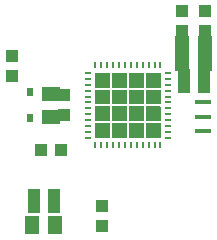
<source format=gbr>
G04 EAGLE Gerber RS-274X export*
G75*
%MOMM*%
%FSLAX34Y34*%
%LPD*%
%INSolderpaste Bottom*%
%IPPOS*%
%AMOC8*
5,1,8,0,0,1.08239X$1,22.5*%
G01*
%ADD10R,1.100000X1.000000*%
%ADD11R,1.300000X1.500000*%
%ADD12R,1.000000X1.100000*%
%ADD13R,1.399997X0.400000*%
%ADD14R,1.500000X1.300000*%
%ADD15R,0.550000X0.254000*%
%ADD16R,0.254000X0.550000*%
%ADD17R,0.500000X0.800000*%

G36*
X-13635Y164324D02*
X-13635Y164324D01*
X-13632Y164323D01*
X-13589Y164343D01*
X-13546Y164361D01*
X-13545Y164363D01*
X-13543Y164364D01*
X-13510Y164449D01*
X-13510Y176673D01*
X-13511Y176675D01*
X-13510Y176677D01*
X-13530Y176720D01*
X-13549Y176764D01*
X-13551Y176764D01*
X-13552Y176766D01*
X-13637Y176799D01*
X-25861Y176799D01*
X-25863Y176798D01*
X-25865Y176799D01*
X-25908Y176779D01*
X-25951Y176761D01*
X-25952Y176759D01*
X-25954Y176758D01*
X-25987Y176673D01*
X-25987Y164449D01*
X-25986Y164447D01*
X-25987Y164445D01*
X-25967Y164402D01*
X-25948Y164358D01*
X-25946Y164358D01*
X-25945Y164356D01*
X-25861Y164323D01*
X-13637Y164323D01*
X-13635Y164324D01*
G37*
G36*
X14814Y164324D02*
X14814Y164324D01*
X14816Y164323D01*
X14859Y164343D01*
X14902Y164361D01*
X14903Y164363D01*
X14905Y164364D01*
X14938Y164449D01*
X14938Y176673D01*
X14937Y176675D01*
X14938Y176677D01*
X14918Y176720D01*
X14899Y176764D01*
X14897Y176764D01*
X14896Y176766D01*
X14812Y176799D01*
X2588Y176799D01*
X2586Y176798D01*
X2583Y176799D01*
X2540Y176779D01*
X2497Y176761D01*
X2496Y176759D01*
X2494Y176758D01*
X2461Y176673D01*
X2461Y164449D01*
X2462Y164447D01*
X2461Y164445D01*
X2481Y164402D01*
X2500Y164358D01*
X2502Y164358D01*
X2503Y164356D01*
X2588Y164323D01*
X14812Y164323D01*
X14814Y164324D01*
G37*
G36*
X590Y164324D02*
X590Y164324D01*
X592Y164323D01*
X635Y164343D01*
X678Y164361D01*
X679Y164363D01*
X681Y164364D01*
X714Y164449D01*
X714Y176673D01*
X713Y176675D01*
X714Y176677D01*
X694Y176720D01*
X675Y176764D01*
X673Y176764D01*
X672Y176766D01*
X588Y176799D01*
X-11637Y176799D01*
X-11639Y176798D01*
X-11641Y176799D01*
X-11684Y176779D01*
X-11727Y176761D01*
X-11728Y176759D01*
X-11730Y176758D01*
X-11763Y176673D01*
X-11763Y164449D01*
X-11762Y164447D01*
X-11763Y164445D01*
X-11743Y164402D01*
X-11724Y164358D01*
X-11722Y164358D01*
X-11721Y164356D01*
X-11637Y164323D01*
X588Y164323D01*
X590Y164324D01*
G37*
G36*
X29038Y164324D02*
X29038Y164324D01*
X29040Y164323D01*
X29083Y164343D01*
X29126Y164361D01*
X29127Y164363D01*
X29129Y164364D01*
X29162Y164449D01*
X29162Y176673D01*
X29161Y176675D01*
X29162Y176677D01*
X29142Y176720D01*
X29123Y176764D01*
X29121Y176764D01*
X29120Y176766D01*
X29036Y176799D01*
X16812Y176799D01*
X16810Y176798D01*
X16807Y176799D01*
X16764Y176779D01*
X16721Y176761D01*
X16720Y176759D01*
X16718Y176758D01*
X16685Y176673D01*
X16685Y164449D01*
X16686Y164447D01*
X16685Y164445D01*
X16705Y164402D01*
X16724Y164358D01*
X16726Y164358D01*
X16727Y164356D01*
X16812Y164323D01*
X29036Y164323D01*
X29038Y164324D01*
G37*
G36*
X14814Y150100D02*
X14814Y150100D01*
X14816Y150099D01*
X14859Y150119D01*
X14902Y150137D01*
X14903Y150139D01*
X14905Y150140D01*
X14938Y150225D01*
X14938Y162449D01*
X14937Y162451D01*
X14938Y162453D01*
X14918Y162496D01*
X14899Y162540D01*
X14897Y162540D01*
X14896Y162542D01*
X14812Y162575D01*
X2588Y162575D01*
X2586Y162574D01*
X2583Y162575D01*
X2540Y162555D01*
X2497Y162537D01*
X2496Y162535D01*
X2494Y162534D01*
X2461Y162449D01*
X2461Y150225D01*
X2462Y150223D01*
X2461Y150221D01*
X2481Y150178D01*
X2500Y150134D01*
X2502Y150134D01*
X2503Y150132D01*
X2588Y150099D01*
X14812Y150099D01*
X14814Y150100D01*
G37*
G36*
X-13635Y150100D02*
X-13635Y150100D01*
X-13632Y150099D01*
X-13589Y150119D01*
X-13546Y150137D01*
X-13545Y150139D01*
X-13543Y150140D01*
X-13510Y150225D01*
X-13510Y162449D01*
X-13511Y162451D01*
X-13510Y162453D01*
X-13530Y162496D01*
X-13549Y162540D01*
X-13551Y162540D01*
X-13552Y162542D01*
X-13637Y162575D01*
X-25861Y162575D01*
X-25863Y162574D01*
X-25865Y162575D01*
X-25908Y162555D01*
X-25951Y162537D01*
X-25952Y162535D01*
X-25954Y162534D01*
X-25987Y162449D01*
X-25987Y150225D01*
X-25986Y150223D01*
X-25987Y150221D01*
X-25967Y150178D01*
X-25948Y150134D01*
X-25946Y150134D01*
X-25945Y150132D01*
X-25861Y150099D01*
X-13637Y150099D01*
X-13635Y150100D01*
G37*
G36*
X590Y150100D02*
X590Y150100D01*
X592Y150099D01*
X635Y150119D01*
X678Y150137D01*
X679Y150139D01*
X681Y150140D01*
X714Y150225D01*
X714Y162449D01*
X713Y162451D01*
X714Y162453D01*
X694Y162496D01*
X675Y162540D01*
X673Y162540D01*
X672Y162542D01*
X588Y162575D01*
X-11637Y162575D01*
X-11639Y162574D01*
X-11641Y162575D01*
X-11684Y162555D01*
X-11727Y162537D01*
X-11728Y162535D01*
X-11730Y162534D01*
X-11763Y162449D01*
X-11763Y150225D01*
X-11762Y150223D01*
X-11763Y150221D01*
X-11743Y150178D01*
X-11724Y150134D01*
X-11722Y150134D01*
X-11721Y150132D01*
X-11637Y150099D01*
X588Y150099D01*
X590Y150100D01*
G37*
G36*
X29038Y150100D02*
X29038Y150100D01*
X29040Y150099D01*
X29083Y150119D01*
X29126Y150137D01*
X29127Y150139D01*
X29129Y150140D01*
X29162Y150225D01*
X29162Y162449D01*
X29161Y162451D01*
X29162Y162453D01*
X29142Y162496D01*
X29123Y162540D01*
X29121Y162540D01*
X29120Y162542D01*
X29036Y162575D01*
X16812Y162575D01*
X16810Y162574D01*
X16807Y162575D01*
X16764Y162555D01*
X16721Y162537D01*
X16720Y162535D01*
X16718Y162534D01*
X16685Y162449D01*
X16685Y150225D01*
X16686Y150223D01*
X16685Y150221D01*
X16705Y150178D01*
X16724Y150134D01*
X16726Y150134D01*
X16727Y150132D01*
X16812Y150099D01*
X29036Y150099D01*
X29038Y150100D01*
G37*
G36*
X-13635Y135876D02*
X-13635Y135876D01*
X-13632Y135875D01*
X-13589Y135895D01*
X-13546Y135913D01*
X-13545Y135915D01*
X-13543Y135916D01*
X-13510Y136001D01*
X-13510Y148225D01*
X-13511Y148227D01*
X-13510Y148229D01*
X-13530Y148272D01*
X-13549Y148316D01*
X-13551Y148316D01*
X-13552Y148318D01*
X-13637Y148351D01*
X-25861Y148351D01*
X-25863Y148350D01*
X-25865Y148351D01*
X-25908Y148331D01*
X-25951Y148313D01*
X-25952Y148311D01*
X-25954Y148310D01*
X-25987Y148225D01*
X-25987Y136001D01*
X-25986Y135999D01*
X-25987Y135997D01*
X-25967Y135954D01*
X-25948Y135910D01*
X-25946Y135910D01*
X-25945Y135908D01*
X-25861Y135875D01*
X-13637Y135875D01*
X-13635Y135876D01*
G37*
G36*
X14814Y135876D02*
X14814Y135876D01*
X14816Y135875D01*
X14859Y135895D01*
X14902Y135913D01*
X14903Y135915D01*
X14905Y135916D01*
X14938Y136001D01*
X14938Y148225D01*
X14937Y148227D01*
X14938Y148229D01*
X14918Y148272D01*
X14899Y148316D01*
X14897Y148316D01*
X14896Y148318D01*
X14812Y148351D01*
X2588Y148351D01*
X2586Y148350D01*
X2583Y148351D01*
X2540Y148331D01*
X2497Y148313D01*
X2496Y148311D01*
X2494Y148310D01*
X2461Y148225D01*
X2461Y136001D01*
X2462Y135999D01*
X2461Y135997D01*
X2481Y135954D01*
X2500Y135910D01*
X2502Y135910D01*
X2503Y135908D01*
X2588Y135875D01*
X14812Y135875D01*
X14814Y135876D01*
G37*
G36*
X590Y135876D02*
X590Y135876D01*
X592Y135875D01*
X635Y135895D01*
X678Y135913D01*
X679Y135915D01*
X681Y135916D01*
X714Y136001D01*
X714Y148225D01*
X713Y148227D01*
X714Y148229D01*
X694Y148272D01*
X675Y148316D01*
X673Y148316D01*
X672Y148318D01*
X588Y148351D01*
X-11637Y148351D01*
X-11639Y148350D01*
X-11641Y148351D01*
X-11684Y148331D01*
X-11727Y148313D01*
X-11728Y148311D01*
X-11730Y148310D01*
X-11763Y148225D01*
X-11763Y136001D01*
X-11762Y135999D01*
X-11763Y135997D01*
X-11743Y135954D01*
X-11724Y135910D01*
X-11722Y135910D01*
X-11721Y135908D01*
X-11637Y135875D01*
X588Y135875D01*
X590Y135876D01*
G37*
G36*
X29038Y135876D02*
X29038Y135876D01*
X29040Y135875D01*
X29083Y135895D01*
X29126Y135913D01*
X29127Y135915D01*
X29129Y135916D01*
X29162Y136001D01*
X29162Y148225D01*
X29161Y148227D01*
X29162Y148229D01*
X29142Y148272D01*
X29123Y148316D01*
X29121Y148316D01*
X29120Y148318D01*
X29036Y148351D01*
X16812Y148351D01*
X16810Y148350D01*
X16807Y148351D01*
X16764Y148331D01*
X16721Y148313D01*
X16720Y148311D01*
X16718Y148310D01*
X16685Y148225D01*
X16685Y136001D01*
X16686Y135999D01*
X16685Y135997D01*
X16705Y135954D01*
X16724Y135910D01*
X16726Y135910D01*
X16727Y135908D01*
X16812Y135875D01*
X29036Y135875D01*
X29038Y135876D01*
G37*
G36*
X590Y121652D02*
X590Y121652D01*
X592Y121651D01*
X635Y121671D01*
X678Y121689D01*
X679Y121691D01*
X681Y121692D01*
X714Y121777D01*
X714Y134001D01*
X713Y134003D01*
X714Y134005D01*
X694Y134048D01*
X675Y134092D01*
X673Y134092D01*
X672Y134094D01*
X588Y134127D01*
X-11637Y134127D01*
X-11639Y134126D01*
X-11641Y134127D01*
X-11684Y134107D01*
X-11727Y134089D01*
X-11728Y134087D01*
X-11730Y134086D01*
X-11763Y134001D01*
X-11763Y121777D01*
X-11762Y121775D01*
X-11763Y121773D01*
X-11743Y121730D01*
X-11724Y121686D01*
X-11722Y121686D01*
X-11721Y121684D01*
X-11637Y121651D01*
X588Y121651D01*
X590Y121652D01*
G37*
G36*
X14814Y121652D02*
X14814Y121652D01*
X14816Y121651D01*
X14859Y121671D01*
X14902Y121689D01*
X14903Y121691D01*
X14905Y121692D01*
X14938Y121777D01*
X14938Y134001D01*
X14937Y134003D01*
X14938Y134005D01*
X14918Y134048D01*
X14899Y134092D01*
X14897Y134092D01*
X14896Y134094D01*
X14812Y134127D01*
X2588Y134127D01*
X2586Y134126D01*
X2583Y134127D01*
X2540Y134107D01*
X2497Y134089D01*
X2496Y134087D01*
X2494Y134086D01*
X2461Y134001D01*
X2461Y121777D01*
X2462Y121775D01*
X2461Y121773D01*
X2481Y121730D01*
X2500Y121686D01*
X2502Y121686D01*
X2503Y121684D01*
X2588Y121651D01*
X14812Y121651D01*
X14814Y121652D01*
G37*
G36*
X29038Y121652D02*
X29038Y121652D01*
X29040Y121651D01*
X29083Y121671D01*
X29126Y121689D01*
X29127Y121691D01*
X29129Y121692D01*
X29162Y121777D01*
X29162Y134001D01*
X29161Y134003D01*
X29162Y134005D01*
X29142Y134048D01*
X29123Y134092D01*
X29121Y134092D01*
X29120Y134094D01*
X29036Y134127D01*
X16812Y134127D01*
X16810Y134126D01*
X16807Y134127D01*
X16764Y134107D01*
X16721Y134089D01*
X16720Y134087D01*
X16718Y134086D01*
X16685Y134001D01*
X16685Y121777D01*
X16686Y121775D01*
X16685Y121773D01*
X16705Y121730D01*
X16724Y121686D01*
X16726Y121686D01*
X16727Y121684D01*
X16812Y121651D01*
X29036Y121651D01*
X29038Y121652D01*
G37*
G36*
X-13635Y121652D02*
X-13635Y121652D01*
X-13632Y121651D01*
X-13589Y121671D01*
X-13546Y121689D01*
X-13545Y121691D01*
X-13543Y121692D01*
X-13510Y121777D01*
X-13510Y134001D01*
X-13511Y134003D01*
X-13510Y134005D01*
X-13530Y134048D01*
X-13549Y134092D01*
X-13551Y134092D01*
X-13552Y134094D01*
X-13637Y134127D01*
X-25861Y134127D01*
X-25863Y134126D01*
X-25865Y134127D01*
X-25908Y134107D01*
X-25951Y134089D01*
X-25952Y134087D01*
X-25954Y134086D01*
X-25987Y134001D01*
X-25987Y121777D01*
X-25986Y121775D01*
X-25987Y121773D01*
X-25967Y121730D01*
X-25948Y121686D01*
X-25946Y121686D01*
X-25945Y121684D01*
X-25861Y121651D01*
X-13637Y121651D01*
X-13635Y121652D01*
G37*
D10*
X65650Y165100D03*
X48650Y165100D03*
D11*
X47650Y185738D03*
X66650Y185738D03*
D12*
X-55000Y111125D03*
X-72000Y111125D03*
D13*
X65088Y151700D03*
X65088Y139700D03*
X65088Y127700D03*
D12*
X-52388Y140725D03*
X-52388Y157725D03*
D10*
X65650Y174625D03*
X48650Y174625D03*
D11*
X47650Y200025D03*
X66650Y200025D03*
D10*
X-96838Y174063D03*
X-96838Y191063D03*
D14*
X-63500Y158725D03*
X-63500Y139725D03*
D10*
X66675Y229163D03*
X66675Y212163D03*
X47625Y229163D03*
X47625Y212163D03*
D11*
X-60350Y47625D03*
X-79350Y47625D03*
D10*
X-20638Y47063D03*
X-20638Y64063D03*
X-78350Y73025D03*
X-61350Y73025D03*
X-78350Y63500D03*
X-61350Y63500D03*
D15*
X35388Y176732D03*
X35388Y171731D03*
X35388Y166729D03*
X35388Y161728D03*
X35388Y156727D03*
X35388Y151726D03*
X35388Y146724D03*
X35388Y141723D03*
X35388Y136722D03*
X35388Y131721D03*
X35388Y126719D03*
X35388Y121718D03*
D16*
X29095Y115425D03*
X24094Y115425D03*
X19092Y115425D03*
X14091Y115425D03*
X9090Y115425D03*
X4089Y115425D03*
X-914Y115425D03*
X-5915Y115425D03*
X-10916Y115425D03*
X-15917Y115425D03*
X-20919Y115425D03*
X-25920Y115425D03*
D15*
X-32213Y121718D03*
X-32213Y126719D03*
X-32213Y131721D03*
X-32213Y136722D03*
X-32213Y141723D03*
X-32213Y146724D03*
X-32213Y151726D03*
X-32213Y156727D03*
X-32213Y161728D03*
X-32213Y166729D03*
X-32213Y171731D03*
X-32213Y176732D03*
D16*
X-25920Y183025D03*
X-20919Y183025D03*
X-15917Y183025D03*
X-10916Y183025D03*
X-5915Y183025D03*
X-914Y183025D03*
X4089Y183025D03*
X9090Y183025D03*
X14091Y183025D03*
X19092Y183025D03*
X24094Y183025D03*
X29095Y183025D03*
D17*
X-80963Y138225D03*
X-80963Y160225D03*
M02*

</source>
